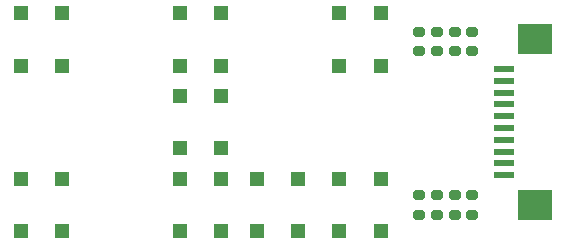
<source format=gbr>
%TF.GenerationSoftware,KiCad,Pcbnew,8.0.6-1.fc40*%
%TF.CreationDate,2025-02-15T18:16:13+01:00*%
%TF.ProjectId,airMouse-mouse,6169724d-6f75-4736-952d-6d6f7573652e,RC1*%
%TF.SameCoordinates,Original*%
%TF.FileFunction,Paste,Top*%
%TF.FilePolarity,Positive*%
%FSLAX46Y46*%
G04 Gerber Fmt 4.6, Leading zero omitted, Abs format (unit mm)*
G04 Created by KiCad (PCBNEW 8.0.6-1.fc40) date 2025-02-15 18:16:13*
%MOMM*%
%LPD*%
G01*
G04 APERTURE LIST*
G04 Aperture macros list*
%AMRoundRect*
0 Rectangle with rounded corners*
0 $1 Rounding radius*
0 $2 $3 $4 $5 $6 $7 $8 $9 X,Y pos of 4 corners*
0 Add a 4 corners polygon primitive as box body*
4,1,4,$2,$3,$4,$5,$6,$7,$8,$9,$2,$3,0*
0 Add four circle primitives for the rounded corners*
1,1,$1+$1,$2,$3*
1,1,$1+$1,$4,$5*
1,1,$1+$1,$6,$7*
1,1,$1+$1,$8,$9*
0 Add four rect primitives between the rounded corners*
20,1,$1+$1,$2,$3,$4,$5,0*
20,1,$1+$1,$4,$5,$6,$7,0*
20,1,$1+$1,$6,$7,$8,$9,0*
20,1,$1+$1,$8,$9,$2,$3,0*%
G04 Aperture macros list end*
%ADD10RoundRect,0.200000X-0.275000X0.200000X-0.275000X-0.200000X0.275000X-0.200000X0.275000X0.200000X0*%
%ADD11R,1.200000X1.200000*%
%ADD12RoundRect,0.200000X0.275000X-0.200000X0.275000X0.200000X-0.275000X0.200000X-0.275000X-0.200000X0*%
%ADD13R,1.800000X0.600000*%
%ADD14R,3.000000X2.500000*%
G04 APERTURE END LIST*
D10*
%TO.C,R6*%
X153500000Y-72350000D03*
X153500000Y-74000000D03*
%TD*%
D11*
%TO.C,SW5*%
X131750000Y-84775000D03*
X131750000Y-89225000D03*
X135250000Y-84775000D03*
X135250000Y-89225000D03*
%TD*%
D10*
%TO.C,R8*%
X156500000Y-72350000D03*
X156500000Y-74000000D03*
%TD*%
D12*
%TO.C,R1*%
X156500000Y-87825000D03*
X156500000Y-86175000D03*
%TD*%
D11*
%TO.C,SW3*%
X145250000Y-70775000D03*
X145250000Y-75225000D03*
X148750000Y-70775000D03*
X148750000Y-75225000D03*
%TD*%
D12*
%TO.C,R4*%
X152000000Y-87825000D03*
X152000000Y-86175000D03*
%TD*%
D10*
%TO.C,R5*%
X152000000Y-72350000D03*
X152000000Y-74000000D03*
%TD*%
D12*
%TO.C,R3*%
X153500000Y-87825000D03*
X153500000Y-86175000D03*
%TD*%
D11*
%TO.C,SW2*%
X131750000Y-77775000D03*
X131750000Y-82225000D03*
X135250000Y-77775000D03*
X135250000Y-82225000D03*
%TD*%
%TO.C,SW6*%
X145250000Y-84775000D03*
X145250000Y-89225000D03*
X148750000Y-84775000D03*
X148750000Y-89225000D03*
%TD*%
%TO.C,SW1*%
X118250000Y-70775000D03*
X118250000Y-75225000D03*
X121750000Y-70775000D03*
X121750000Y-75225000D03*
%TD*%
D13*
%TO.C,J1*%
X159212500Y-84500000D03*
X159212500Y-83500000D03*
X159212500Y-82500000D03*
X159212500Y-81500000D03*
X159212500Y-80500000D03*
X159212500Y-79500000D03*
X159212500Y-78500000D03*
X159212500Y-77500000D03*
X159212500Y-76500000D03*
X159212500Y-75500000D03*
D14*
X161812500Y-87000000D03*
X161812500Y-73000000D03*
%TD*%
D11*
%TO.C,SW4*%
X131750000Y-70775000D03*
X131750000Y-75225000D03*
X135250000Y-70775000D03*
X135250000Y-75225000D03*
%TD*%
D12*
%TO.C,R2*%
X155000000Y-87825000D03*
X155000000Y-86175000D03*
%TD*%
D11*
%TO.C,SW7*%
X138250000Y-84775000D03*
X138250000Y-89225000D03*
X141750000Y-84775000D03*
X141750000Y-89225000D03*
%TD*%
%TO.C,SW8*%
X118250000Y-84775000D03*
X118250000Y-89225000D03*
X121750000Y-84775000D03*
X121750000Y-89225000D03*
%TD*%
D10*
%TO.C,R7*%
X155000000Y-72350000D03*
X155000000Y-74000000D03*
%TD*%
M02*

</source>
